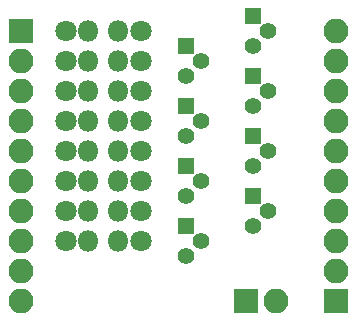
<source format=gbs>
G04 #@! TF.FileFunction,Soldermask,Bot*
%FSLAX46Y46*%
G04 Gerber Fmt 4.6, Leading zero omitted, Abs format (unit mm)*
G04 Created by KiCad (PCBNEW 4.0.7) date 07/06/18 16:03:28*
%MOMM*%
%LPD*%
G01*
G04 APERTURE LIST*
%ADD10C,0.100000*%
%ADD11R,2.100000X2.100000*%
%ADD12O,2.100000X2.100000*%
%ADD13C,1.400000*%
%ADD14R,1.400000X1.400000*%
%ADD15C,1.800000*%
%ADD16O,1.800000X1.800000*%
G04 APERTURE END LIST*
D10*
D11*
X77470000Y-78740000D03*
D12*
X77470000Y-81280000D03*
X77470000Y-83820000D03*
X77470000Y-86360000D03*
X77470000Y-88900000D03*
X77470000Y-91440000D03*
X77470000Y-93980000D03*
X77470000Y-96520000D03*
X77470000Y-99060000D03*
X77470000Y-101600000D03*
D11*
X104140000Y-101600000D03*
D12*
X104140000Y-99060000D03*
X104140000Y-96520000D03*
X104140000Y-93980000D03*
X104140000Y-91440000D03*
X104140000Y-88900000D03*
X104140000Y-86360000D03*
X104140000Y-83820000D03*
X104140000Y-81280000D03*
X104140000Y-78740000D03*
D11*
X96520000Y-101600000D03*
D12*
X99060000Y-101600000D03*
D13*
X98425000Y-78740000D03*
X97155000Y-80010000D03*
D14*
X97155000Y-77470000D03*
D13*
X92710000Y-81280000D03*
X91440000Y-82550000D03*
D14*
X91440000Y-80010000D03*
D13*
X98425000Y-83820000D03*
X97155000Y-85090000D03*
D14*
X97155000Y-82550000D03*
D13*
X92710000Y-86360000D03*
X91440000Y-87630000D03*
D14*
X91440000Y-85090000D03*
D13*
X98425000Y-88900000D03*
X97155000Y-90170000D03*
D14*
X97155000Y-87630000D03*
D13*
X92710000Y-91440000D03*
X91440000Y-92710000D03*
D14*
X91440000Y-90170000D03*
D13*
X98425000Y-93980000D03*
X97155000Y-95250000D03*
D14*
X97155000Y-92710000D03*
D13*
X92710000Y-96520000D03*
X91440000Y-97790000D03*
D14*
X91440000Y-95250000D03*
D15*
X87630000Y-78740000D03*
D16*
X85730000Y-78740000D03*
D15*
X87630000Y-81280000D03*
D16*
X85730000Y-81280000D03*
D15*
X87630000Y-83820000D03*
D16*
X85730000Y-83820000D03*
D15*
X87630000Y-86360000D03*
D16*
X85730000Y-86360000D03*
D15*
X87630000Y-88900000D03*
D16*
X85730000Y-88900000D03*
D15*
X87630000Y-91440000D03*
D16*
X85730000Y-91440000D03*
D15*
X87630000Y-93980000D03*
D16*
X85730000Y-93980000D03*
D15*
X87630000Y-96520000D03*
D16*
X85730000Y-96520000D03*
D15*
X81280000Y-78740000D03*
D16*
X83180000Y-78740000D03*
D15*
X81280000Y-81280000D03*
D16*
X83180000Y-81280000D03*
D15*
X81280000Y-83820000D03*
D16*
X83180000Y-83820000D03*
D15*
X81280000Y-86360000D03*
D16*
X83180000Y-86360000D03*
D15*
X81280000Y-88900000D03*
D16*
X83180000Y-88900000D03*
D15*
X81280000Y-91440000D03*
D16*
X83180000Y-91440000D03*
D15*
X81280000Y-93980000D03*
D16*
X83180000Y-93980000D03*
D15*
X81280000Y-96520000D03*
D16*
X83180000Y-96520000D03*
M02*

</source>
